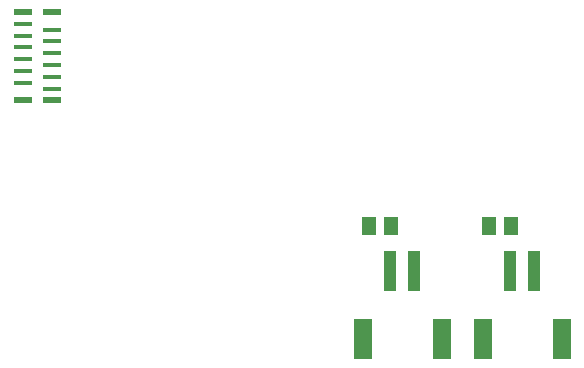
<source format=gtp>
G04 EAGLE Gerber RS-274X export*
G75*
%MOMM*%
%FSLAX34Y34*%
%LPD*%
%INTop Paste*%
%IPPOS*%
%AMOC8*
5,1,8,0,0,1.08239X$1,22.5*%
G01*
%ADD10R,1.000000X3.500000*%
%ADD11R,1.500000X3.400000*%
%ADD12R,1.300000X1.500000*%
%ADD13R,1.600200X0.406400*%
%ADD14R,1.600200X0.609600*%


D10*
X455122Y95631D03*
X435122Y95631D03*
D11*
X478622Y38131D03*
X411622Y38131D03*
D10*
X353522Y95631D03*
X333522Y95631D03*
D11*
X377022Y38131D03*
X310022Y38131D03*
D12*
X416572Y133731D03*
X435572Y133731D03*
X314972Y133731D03*
X333972Y133731D03*
D13*
X22720Y305181D03*
X46596Y300181D03*
X22720Y295181D03*
X46596Y290181D03*
X22720Y285181D03*
X46596Y280181D03*
X22720Y275181D03*
X46596Y270181D03*
X22720Y265181D03*
X46596Y260181D03*
X22720Y255181D03*
X46596Y250181D03*
D14*
X46596Y240216D03*
X46596Y315146D03*
X22720Y240216D03*
X22720Y315146D03*
M02*

</source>
